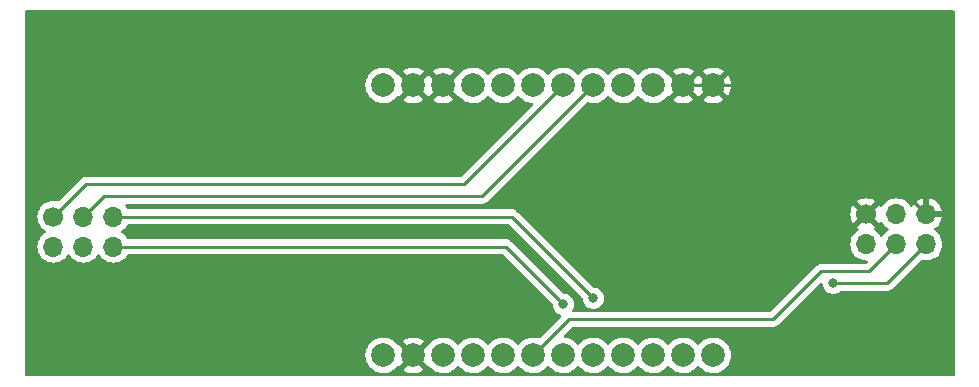
<source format=gbr>
%TF.GenerationSoftware,KiCad,Pcbnew,8.0.4*%
%TF.CreationDate,2024-09-09T14:33:04-07:00*%
%TF.ProjectId,Top_Board,546f705f-426f-4617-9264-2e6b69636164,0*%
%TF.SameCoordinates,Original*%
%TF.FileFunction,Copper,L1,Top*%
%TF.FilePolarity,Positive*%
%FSLAX46Y46*%
G04 Gerber Fmt 4.6, Leading zero omitted, Abs format (unit mm)*
G04 Created by KiCad (PCBNEW 8.0.4) date 2024-09-09 14:33:04*
%MOMM*%
%LPD*%
G01*
G04 APERTURE LIST*
%TA.AperFunction,ComponentPad*%
%ADD10C,2.000000*%
%TD*%
%TA.AperFunction,ComponentPad*%
%ADD11C,1.700000*%
%TD*%
%TA.AperFunction,ComponentPad*%
%ADD12O,1.700000X1.700000*%
%TD*%
%TA.AperFunction,ViaPad*%
%ADD13C,0.800000*%
%TD*%
%TA.AperFunction,Conductor*%
%ADD14C,0.250000*%
%TD*%
G04 APERTURE END LIST*
D10*
%TO.P,U1,1,3v*%
%TO.N,3V*%
X171450000Y-107950000D03*
%TO.P,U1,2,1*%
%TO.N,unconnected-(U1-1-Pad2)*%
X168910000Y-107950000D03*
%TO.P,U1,3,2*%
%TO.N,unconnected-(U1-2-Pad3)*%
X166370000Y-107950000D03*
%TO.P,U1,4,3*%
%TO.N,unconnected-(U1-3-Pad4)*%
X163830000Y-107950000D03*
%TO.P,U1,5,10*%
%TO.N,D10*%
X161290000Y-107950000D03*
%TO.P,U1,6,11*%
%TO.N,D11*%
X158750000Y-107950000D03*
%TO.P,U1,7,12*%
%TO.N,SDA*%
X156210000Y-107950000D03*
%TO.P,U1,8,13*%
%TO.N,SCL*%
X153670000Y-107950000D03*
%TO.P,U1,9,NC*%
%TO.N,unconnected-(U1-NC-Pad9)*%
X151130000Y-107950000D03*
%TO.P,U1,10,NC*%
%TO.N,unconnected-(U1-NC-Pad10)*%
X148590000Y-107950000D03*
%TO.P,U1,11,GND*%
%TO.N,GND*%
X146050000Y-107950000D03*
%TO.P,U1,12,5V*%
%TO.N,5V*%
X143510000Y-107950000D03*
%TO.P,U1,13,GND*%
%TO.N,GND*%
X171450000Y-85088136D03*
%TO.P,U1,14,GND*%
X168910000Y-85088136D03*
%TO.P,U1,15,43*%
%TO.N,D43*%
X166370000Y-85088136D03*
%TO.P,U1,16,44*%
%TO.N,D44*%
X163830000Y-85088136D03*
%TO.P,U1,17,18*%
%TO.N,D18*%
X161290000Y-85088136D03*
%TO.P,U1,18,17*%
%TO.N,D17*%
X158750000Y-85088136D03*
%TO.P,U1,19,21*%
%TO.N,unconnected-(U1-21-Pad19)*%
X156210000Y-85088136D03*
%TO.P,U1,20,16*%
%TO.N,unconnected-(U1-16-Pad20)*%
X153670000Y-85088136D03*
%TO.P,U1,21,NC*%
%TO.N,unconnected-(U1-NC-Pad21)*%
X151130000Y-85088136D03*
%TO.P,U1,22,GND*%
%TO.N,GND*%
X148590000Y-85088136D03*
%TO.P,U1,23,GND*%
X146050000Y-85088136D03*
%TO.P,U1,24,3v*%
%TO.N,unconnected-(U1-3v-Pad24)*%
X143510000Y-85088136D03*
%TD*%
D11*
%TO.P,J1,1,Pin_1*%
%TO.N,D17*%
X115585000Y-96204000D03*
D12*
%TO.P,J1,2,Pin_2*%
%TO.N,D44*%
X115585000Y-98744000D03*
%TO.P,J1,3,Pin_3*%
%TO.N,D18*%
X118125000Y-96204000D03*
%TO.P,J1,4,Pin_4*%
%TO.N,D43*%
X118125000Y-98744000D03*
%TO.P,J1,5,Pin_5*%
%TO.N,D10*%
X120665000Y-96204000D03*
%TO.P,J1,6,Pin_6*%
%TO.N,D11*%
X120665000Y-98744000D03*
%TD*%
D11*
%TO.P,J2,1,Pin_1*%
%TO.N,GND*%
X184404000Y-96012000D03*
D12*
%TO.P,J2,2,Pin_2*%
%TO.N,3V*%
X184404000Y-98552000D03*
%TO.P,J2,3,Pin_3*%
%TO.N,5V*%
X186944000Y-96012000D03*
%TO.P,J2,4,Pin_4*%
%TO.N,SDA*%
X186944000Y-98552000D03*
%TO.P,J2,5,Pin_5*%
%TO.N,GND*%
X189484000Y-96012000D03*
%TO.P,J2,6,Pin_6*%
%TO.N,SCL*%
X189484000Y-98552000D03*
%TD*%
D13*
%TO.N,SCL*%
X181610000Y-101854000D03*
%TO.N,D10*%
X161290000Y-103124000D03*
%TO.N,D11*%
X158750000Y-103632000D03*
%TD*%
D14*
%TO.N,GND*%
X173480136Y-85088136D02*
X171450000Y-85088136D01*
X178560136Y-85088136D02*
X171450000Y-85088136D01*
X189484000Y-96012000D02*
X178560136Y-85088136D01*
X168910000Y-85088136D02*
X171450000Y-85088136D01*
X184404000Y-96012000D02*
X173480136Y-85088136D01*
%TO.N,SDA*%
X184658000Y-100838000D02*
X180594000Y-100838000D01*
X180594000Y-100838000D02*
X176530000Y-104902000D01*
X186944000Y-98552000D02*
X184658000Y-100838000D01*
X159258000Y-104902000D02*
X156210000Y-107950000D01*
X176530000Y-104902000D02*
X159258000Y-104902000D01*
%TO.N,SCL*%
X181610000Y-101854000D02*
X186182000Y-101854000D01*
X186182000Y-101854000D02*
X189484000Y-98552000D01*
%TO.N,D10*%
X120665000Y-96204000D02*
X154370000Y-96204000D01*
X154370000Y-96204000D02*
X161290000Y-103124000D01*
%TO.N,D11*%
X153862000Y-98744000D02*
X120665000Y-98744000D01*
X158750000Y-103632000D02*
X153862000Y-98744000D01*
%TO.N,D17*%
X115585000Y-96204000D02*
X118317000Y-93472000D01*
X150366136Y-93472000D02*
X158750000Y-85088136D01*
X118317000Y-93472000D02*
X150366136Y-93472000D01*
%TO.N,D18*%
X119841000Y-94488000D02*
X151890136Y-94488000D01*
X118125000Y-96204000D02*
X119841000Y-94488000D01*
X151890136Y-94488000D02*
X161290000Y-85088136D01*
%TD*%
%TA.AperFunction,Conductor*%
%TO.N,GND*%
G36*
X185518925Y-96773373D02*
G01*
X185572119Y-96697405D01*
X185626696Y-96653781D01*
X185696195Y-96646588D01*
X185758549Y-96678110D01*
X185775269Y-96697405D01*
X185905505Y-96883401D01*
X185905506Y-96883402D01*
X186072597Y-97050493D01*
X186072603Y-97050498D01*
X186258158Y-97180425D01*
X186301783Y-97235002D01*
X186308977Y-97304500D01*
X186277454Y-97366855D01*
X186258158Y-97383575D01*
X186072597Y-97513505D01*
X185905505Y-97680597D01*
X185775575Y-97866158D01*
X185720998Y-97909783D01*
X185651500Y-97916977D01*
X185589145Y-97885454D01*
X185572425Y-97866158D01*
X185442494Y-97680597D01*
X185275402Y-97513506D01*
X185275401Y-97513505D01*
X185089405Y-97383269D01*
X185045781Y-97328692D01*
X185038588Y-97259193D01*
X185070110Y-97196839D01*
X185089405Y-97180119D01*
X185165373Y-97126925D01*
X184533409Y-96494962D01*
X184596993Y-96477925D01*
X184711007Y-96412099D01*
X184804099Y-96319007D01*
X184869925Y-96204993D01*
X184886962Y-96141410D01*
X185518925Y-96773373D01*
G37*
%TD.AperFunction*%
%TA.AperFunction,Conductor*%
G36*
X191842257Y-78759238D02*
G01*
X191888012Y-78812042D01*
X191899218Y-78863553D01*
X191899218Y-109604000D01*
X191879533Y-109671039D01*
X191826729Y-109716794D01*
X191775218Y-109728000D01*
X113283218Y-109728000D01*
X113216179Y-109708315D01*
X113170424Y-109655511D01*
X113159218Y-109604000D01*
X113159218Y-96203999D01*
X114229341Y-96203999D01*
X114229341Y-96204000D01*
X114249936Y-96439403D01*
X114249938Y-96439413D01*
X114311094Y-96667655D01*
X114311096Y-96667659D01*
X114311097Y-96667663D01*
X114360391Y-96773373D01*
X114410965Y-96881830D01*
X114410967Y-96881834D01*
X114519281Y-97036521D01*
X114546501Y-97075396D01*
X114546506Y-97075402D01*
X114713597Y-97242493D01*
X114713603Y-97242498D01*
X114899158Y-97372425D01*
X114942783Y-97427002D01*
X114949977Y-97496500D01*
X114918454Y-97558855D01*
X114899158Y-97575575D01*
X114713597Y-97705505D01*
X114546505Y-97872597D01*
X114410965Y-98066169D01*
X114410964Y-98066171D01*
X114311098Y-98280335D01*
X114311094Y-98280344D01*
X114249938Y-98508586D01*
X114249936Y-98508596D01*
X114229341Y-98743999D01*
X114229341Y-98744000D01*
X114249936Y-98979403D01*
X114249938Y-98979413D01*
X114311094Y-99207655D01*
X114311096Y-99207659D01*
X114311097Y-99207663D01*
X114315000Y-99216032D01*
X114410965Y-99421830D01*
X114410967Y-99421834D01*
X114519281Y-99576521D01*
X114546505Y-99615401D01*
X114713599Y-99782495D01*
X114775589Y-99825901D01*
X114907165Y-99918032D01*
X114907167Y-99918033D01*
X114907170Y-99918035D01*
X115121337Y-100017903D01*
X115349592Y-100079063D01*
X115537918Y-100095539D01*
X115584999Y-100099659D01*
X115585000Y-100099659D01*
X115585001Y-100099659D01*
X115624234Y-100096226D01*
X115820408Y-100079063D01*
X116048663Y-100017903D01*
X116262830Y-99918035D01*
X116456401Y-99782495D01*
X116623495Y-99615401D01*
X116753425Y-99429842D01*
X116808002Y-99386217D01*
X116877500Y-99379023D01*
X116939855Y-99410546D01*
X116956575Y-99429842D01*
X117086500Y-99615395D01*
X117086505Y-99615401D01*
X117253599Y-99782495D01*
X117315589Y-99825901D01*
X117447165Y-99918032D01*
X117447167Y-99918033D01*
X117447170Y-99918035D01*
X117661337Y-100017903D01*
X117889592Y-100079063D01*
X118077918Y-100095539D01*
X118124999Y-100099659D01*
X118125000Y-100099659D01*
X118125001Y-100099659D01*
X118164234Y-100096226D01*
X118360408Y-100079063D01*
X118588663Y-100017903D01*
X118802830Y-99918035D01*
X118996401Y-99782495D01*
X119163495Y-99615401D01*
X119293425Y-99429842D01*
X119348002Y-99386217D01*
X119417500Y-99379023D01*
X119479855Y-99410546D01*
X119496575Y-99429842D01*
X119626500Y-99615395D01*
X119626505Y-99615401D01*
X119793599Y-99782495D01*
X119855589Y-99825901D01*
X119987165Y-99918032D01*
X119987167Y-99918033D01*
X119987170Y-99918035D01*
X120201337Y-100017903D01*
X120429592Y-100079063D01*
X120617918Y-100095539D01*
X120664999Y-100099659D01*
X120665000Y-100099659D01*
X120665001Y-100099659D01*
X120704234Y-100096226D01*
X120900408Y-100079063D01*
X121128663Y-100017903D01*
X121342830Y-99918035D01*
X121536401Y-99782495D01*
X121703495Y-99615401D01*
X121838652Y-99422377D01*
X121893229Y-99378752D01*
X121940227Y-99369500D01*
X153551548Y-99369500D01*
X153618587Y-99389185D01*
X153639229Y-99405819D01*
X157811038Y-103577628D01*
X157844523Y-103638951D01*
X157846678Y-103652347D01*
X157847085Y-103656216D01*
X157864326Y-103820256D01*
X157864327Y-103820259D01*
X157922818Y-104000277D01*
X157922821Y-104000284D01*
X158017467Y-104164216D01*
X158100844Y-104256815D01*
X158144129Y-104304888D01*
X158297265Y-104416148D01*
X158297270Y-104416151D01*
X158470197Y-104493144D01*
X158504173Y-104500365D01*
X158565653Y-104533555D01*
X158599431Y-104594717D01*
X158594780Y-104664432D01*
X158566073Y-104709336D01*
X156787229Y-106488179D01*
X156725906Y-106521664D01*
X156659286Y-106517780D01*
X156579613Y-106490428D01*
X156334335Y-106449500D01*
X156085665Y-106449500D01*
X155840383Y-106490429D01*
X155605197Y-106571169D01*
X155605188Y-106571172D01*
X155386493Y-106689524D01*
X155190257Y-106842261D01*
X155031230Y-107015010D01*
X154971342Y-107051001D01*
X154901504Y-107048900D01*
X154848770Y-107015010D01*
X154809108Y-106971926D01*
X154689744Y-106842262D01*
X154493509Y-106689526D01*
X154493507Y-106689525D01*
X154493506Y-106689524D01*
X154274811Y-106571172D01*
X154274802Y-106571169D01*
X154039616Y-106490429D01*
X153794335Y-106449500D01*
X153545665Y-106449500D01*
X153300383Y-106490429D01*
X153065197Y-106571169D01*
X153065188Y-106571172D01*
X152846493Y-106689524D01*
X152650257Y-106842261D01*
X152491230Y-107015010D01*
X152431342Y-107051001D01*
X152361504Y-107048900D01*
X152308770Y-107015010D01*
X152269108Y-106971926D01*
X152149744Y-106842262D01*
X151953509Y-106689526D01*
X151953507Y-106689525D01*
X151953506Y-106689524D01*
X151734811Y-106571172D01*
X151734802Y-106571169D01*
X151499616Y-106490429D01*
X151254335Y-106449500D01*
X151005665Y-106449500D01*
X150760383Y-106490429D01*
X150525197Y-106571169D01*
X150525188Y-106571172D01*
X150306493Y-106689524D01*
X150110257Y-106842261D01*
X149951230Y-107015010D01*
X149891342Y-107051001D01*
X149821504Y-107048900D01*
X149768770Y-107015010D01*
X149729108Y-106971926D01*
X149609744Y-106842262D01*
X149413509Y-106689526D01*
X149413507Y-106689525D01*
X149413506Y-106689524D01*
X149194811Y-106571172D01*
X149194802Y-106571169D01*
X148959616Y-106490429D01*
X148714335Y-106449500D01*
X148465665Y-106449500D01*
X148220383Y-106490429D01*
X147985197Y-106571169D01*
X147985188Y-106571172D01*
X147766493Y-106689524D01*
X147570257Y-106842261D01*
X147401837Y-107025213D01*
X147401829Y-107025224D01*
X147401455Y-107025797D01*
X147401242Y-107025978D01*
X147398690Y-107029258D01*
X147398014Y-107028732D01*
X147348304Y-107071147D01*
X147284865Y-107081302D01*
X147273434Y-107080116D01*
X146532962Y-107820589D01*
X146515925Y-107757007D01*
X146450099Y-107642993D01*
X146357007Y-107549901D01*
X146242993Y-107484075D01*
X146179410Y-107467037D01*
X146920057Y-106726390D01*
X146920056Y-106726389D01*
X146873229Y-106689943D01*
X146654614Y-106571635D01*
X146654603Y-106571630D01*
X146419493Y-106490916D01*
X146174293Y-106450000D01*
X145925707Y-106450000D01*
X145680506Y-106490916D01*
X145445396Y-106571630D01*
X145445390Y-106571632D01*
X145226761Y-106689949D01*
X145179942Y-106726388D01*
X145179942Y-106726390D01*
X145920590Y-107467037D01*
X145857007Y-107484075D01*
X145742993Y-107549901D01*
X145649901Y-107642993D01*
X145584075Y-107757007D01*
X145567037Y-107820589D01*
X144826564Y-107080116D01*
X144815135Y-107081302D01*
X144746423Y-107068637D01*
X144701910Y-107028802D01*
X144701317Y-107029265D01*
X144698768Y-107025991D01*
X144698535Y-107025782D01*
X144698166Y-107025218D01*
X144698165Y-107025217D01*
X144698164Y-107025215D01*
X144529744Y-106842262D01*
X144333509Y-106689526D01*
X144333507Y-106689525D01*
X144333506Y-106689524D01*
X144114811Y-106571172D01*
X144114802Y-106571169D01*
X143879616Y-106490429D01*
X143634335Y-106449500D01*
X143385665Y-106449500D01*
X143140383Y-106490429D01*
X142905197Y-106571169D01*
X142905188Y-106571172D01*
X142686493Y-106689524D01*
X142490257Y-106842261D01*
X142321833Y-107025217D01*
X142185826Y-107233393D01*
X142085936Y-107461118D01*
X142024892Y-107702175D01*
X142024890Y-107702187D01*
X142004357Y-107949994D01*
X142004357Y-107950005D01*
X142024890Y-108197812D01*
X142024892Y-108197824D01*
X142085936Y-108438881D01*
X142185826Y-108666606D01*
X142321833Y-108874782D01*
X142321836Y-108874785D01*
X142490256Y-109057738D01*
X142686491Y-109210474D01*
X142686493Y-109210475D01*
X142904332Y-109328364D01*
X142905190Y-109328828D01*
X143124141Y-109403994D01*
X143138964Y-109409083D01*
X143140386Y-109409571D01*
X143385665Y-109450500D01*
X143634335Y-109450500D01*
X143879614Y-109409571D01*
X144114810Y-109328828D01*
X144333509Y-109210474D01*
X144529744Y-109057738D01*
X144698164Y-108874785D01*
X144698533Y-108874219D01*
X144698745Y-108874038D01*
X144701322Y-108870729D01*
X144702002Y-108871258D01*
X144751676Y-108828860D01*
X144815138Y-108818697D01*
X144826564Y-108819882D01*
X145567037Y-108079409D01*
X145584075Y-108142993D01*
X145649901Y-108257007D01*
X145742993Y-108350099D01*
X145857007Y-108415925D01*
X145920590Y-108432962D01*
X145179942Y-109173609D01*
X145226768Y-109210055D01*
X145226770Y-109210056D01*
X145445385Y-109328364D01*
X145445396Y-109328369D01*
X145680506Y-109409083D01*
X145925707Y-109450000D01*
X146174293Y-109450000D01*
X146419493Y-109409083D01*
X146654603Y-109328369D01*
X146654614Y-109328364D01*
X146873228Y-109210057D01*
X146873231Y-109210055D01*
X146920056Y-109173609D01*
X146179409Y-108432962D01*
X146242993Y-108415925D01*
X146357007Y-108350099D01*
X146450099Y-108257007D01*
X146515925Y-108142993D01*
X146532962Y-108079410D01*
X147273434Y-108819882D01*
X147284861Y-108818697D01*
X147353573Y-108831360D01*
X147398092Y-108871194D01*
X147398683Y-108870735D01*
X147401218Y-108873992D01*
X147401456Y-108874205D01*
X147401831Y-108874780D01*
X147401836Y-108874785D01*
X147570256Y-109057738D01*
X147766491Y-109210474D01*
X147766493Y-109210475D01*
X147984332Y-109328364D01*
X147985190Y-109328828D01*
X148204141Y-109403994D01*
X148218964Y-109409083D01*
X148220386Y-109409571D01*
X148465665Y-109450500D01*
X148714335Y-109450500D01*
X148959614Y-109409571D01*
X149194810Y-109328828D01*
X149413509Y-109210474D01*
X149609744Y-109057738D01*
X149768771Y-108884988D01*
X149828657Y-108848999D01*
X149898495Y-108851099D01*
X149951228Y-108884988D01*
X150110256Y-109057738D01*
X150306491Y-109210474D01*
X150306493Y-109210475D01*
X150524332Y-109328364D01*
X150525190Y-109328828D01*
X150744141Y-109403994D01*
X150758964Y-109409083D01*
X150760386Y-109409571D01*
X151005665Y-109450500D01*
X151254335Y-109450500D01*
X151499614Y-109409571D01*
X151734810Y-109328828D01*
X151953509Y-109210474D01*
X152149744Y-109057738D01*
X152308771Y-108884988D01*
X152368657Y-108848999D01*
X152438495Y-108851099D01*
X152491228Y-108884988D01*
X152650256Y-109057738D01*
X152846491Y-109210474D01*
X152846493Y-109210475D01*
X153064332Y-109328364D01*
X153065190Y-109328828D01*
X153284141Y-109403994D01*
X153298964Y-109409083D01*
X153300386Y-109409571D01*
X153545665Y-109450500D01*
X153794335Y-109450500D01*
X154039614Y-109409571D01*
X154274810Y-109328828D01*
X154493509Y-109210474D01*
X154689744Y-109057738D01*
X154848771Y-108884988D01*
X154908657Y-108848999D01*
X154978495Y-108851099D01*
X155031228Y-108884988D01*
X155190256Y-109057738D01*
X155386491Y-109210474D01*
X155386493Y-109210475D01*
X155604332Y-109328364D01*
X155605190Y-109328828D01*
X155824141Y-109403994D01*
X155838964Y-109409083D01*
X155840386Y-109409571D01*
X156085665Y-109450500D01*
X156334335Y-109450500D01*
X156579614Y-109409571D01*
X156814810Y-109328828D01*
X157033509Y-109210474D01*
X157229744Y-109057738D01*
X157388771Y-108884988D01*
X157448657Y-108848999D01*
X157518495Y-108851099D01*
X157571228Y-108884988D01*
X157730256Y-109057738D01*
X157926491Y-109210474D01*
X157926493Y-109210475D01*
X158144332Y-109328364D01*
X158145190Y-109328828D01*
X158364141Y-109403994D01*
X158378964Y-109409083D01*
X158380386Y-109409571D01*
X158625665Y-109450500D01*
X158874335Y-109450500D01*
X159119614Y-109409571D01*
X159354810Y-109328828D01*
X159573509Y-109210474D01*
X159769744Y-109057738D01*
X159928771Y-108884988D01*
X159988657Y-108848999D01*
X160058495Y-108851099D01*
X160111228Y-108884988D01*
X160270256Y-109057738D01*
X160466491Y-109210474D01*
X160466493Y-109210475D01*
X160684332Y-109328364D01*
X160685190Y-109328828D01*
X160904141Y-109403994D01*
X160918964Y-109409083D01*
X160920386Y-109409571D01*
X161165665Y-109450500D01*
X161414335Y-109450500D01*
X161659614Y-109409571D01*
X161894810Y-109328828D01*
X162113509Y-109210474D01*
X162309744Y-109057738D01*
X162468771Y-108884988D01*
X162528657Y-108848999D01*
X162598495Y-108851099D01*
X162651228Y-108884988D01*
X162810256Y-109057738D01*
X163006491Y-109210474D01*
X163006493Y-109210475D01*
X163224332Y-109328364D01*
X163225190Y-109328828D01*
X163444141Y-109403994D01*
X163458964Y-109409083D01*
X163460386Y-109409571D01*
X163705665Y-109450500D01*
X163954335Y-109450500D01*
X164199614Y-109409571D01*
X164434810Y-109328828D01*
X164653509Y-109210474D01*
X164849744Y-109057738D01*
X165008771Y-108884988D01*
X165068657Y-108848999D01*
X165138495Y-108851099D01*
X165191228Y-108884988D01*
X165350256Y-109057738D01*
X165546491Y-109210474D01*
X165546493Y-109210475D01*
X165764332Y-109328364D01*
X165765190Y-109328828D01*
X165984141Y-109403994D01*
X165998964Y-109409083D01*
X166000386Y-109409571D01*
X166245665Y-109450500D01*
X166494335Y-109450500D01*
X166739614Y-109409571D01*
X166974810Y-109328828D01*
X167193509Y-109210474D01*
X167389744Y-109057738D01*
X167548771Y-108884988D01*
X167608657Y-108848999D01*
X167678495Y-108851099D01*
X167731228Y-108884988D01*
X167890256Y-109057738D01*
X168086491Y-109210474D01*
X168086493Y-109210475D01*
X168304332Y-109328364D01*
X168305190Y-109328828D01*
X168524141Y-109403994D01*
X168538964Y-109409083D01*
X168540386Y-109409571D01*
X168785665Y-109450500D01*
X169034335Y-109450500D01*
X169279614Y-109409571D01*
X169514810Y-109328828D01*
X169733509Y-109210474D01*
X169929744Y-109057738D01*
X170088771Y-108884988D01*
X170148657Y-108848999D01*
X170218495Y-108851099D01*
X170271228Y-108884988D01*
X170430256Y-109057738D01*
X170626491Y-109210474D01*
X170626493Y-109210475D01*
X170844332Y-109328364D01*
X170845190Y-109328828D01*
X171064141Y-109403994D01*
X171078964Y-109409083D01*
X171080386Y-109409571D01*
X171325665Y-109450500D01*
X171574335Y-109450500D01*
X171819614Y-109409571D01*
X172054810Y-109328828D01*
X172273509Y-109210474D01*
X172469744Y-109057738D01*
X172638164Y-108874785D01*
X172774173Y-108666607D01*
X172874063Y-108438881D01*
X172935108Y-108197821D01*
X172955643Y-107950000D01*
X172939651Y-107757007D01*
X172935109Y-107702187D01*
X172935107Y-107702175D01*
X172874063Y-107461118D01*
X172774173Y-107233393D01*
X172638166Y-107025217D01*
X172616557Y-107001744D01*
X172469744Y-106842262D01*
X172273509Y-106689526D01*
X172273507Y-106689525D01*
X172273506Y-106689524D01*
X172054811Y-106571172D01*
X172054802Y-106571169D01*
X171819616Y-106490429D01*
X171574335Y-106449500D01*
X171325665Y-106449500D01*
X171080383Y-106490429D01*
X170845197Y-106571169D01*
X170845188Y-106571172D01*
X170626493Y-106689524D01*
X170430257Y-106842261D01*
X170271230Y-107015010D01*
X170211342Y-107051001D01*
X170141504Y-107048900D01*
X170088770Y-107015010D01*
X170049108Y-106971926D01*
X169929744Y-106842262D01*
X169733509Y-106689526D01*
X169733507Y-106689525D01*
X169733506Y-106689524D01*
X169514811Y-106571172D01*
X169514802Y-106571169D01*
X169279616Y-106490429D01*
X169034335Y-106449500D01*
X168785665Y-106449500D01*
X168540383Y-106490429D01*
X168305197Y-106571169D01*
X168305188Y-106571172D01*
X168086493Y-106689524D01*
X167890257Y-106842261D01*
X167731230Y-107015010D01*
X167671342Y-107051001D01*
X167601504Y-107048900D01*
X167548770Y-107015010D01*
X167509108Y-106971926D01*
X167389744Y-106842262D01*
X167193509Y-106689526D01*
X167193507Y-106689525D01*
X167193506Y-106689524D01*
X166974811Y-106571172D01*
X166974802Y-106571169D01*
X166739616Y-106490429D01*
X166494335Y-106449500D01*
X166245665Y-106449500D01*
X166000383Y-106490429D01*
X165765197Y-106571169D01*
X165765188Y-106571172D01*
X165546493Y-106689524D01*
X165350257Y-106842261D01*
X165191230Y-107015010D01*
X165131342Y-107051001D01*
X165061504Y-107048900D01*
X165008770Y-107015010D01*
X164969108Y-106971926D01*
X164849744Y-106842262D01*
X164653509Y-106689526D01*
X164653507Y-106689525D01*
X164653506Y-106689524D01*
X164434811Y-106571172D01*
X164434802Y-106571169D01*
X164199616Y-106490429D01*
X163954335Y-106449500D01*
X163705665Y-106449500D01*
X163460383Y-106490429D01*
X163225197Y-106571169D01*
X163225188Y-106571172D01*
X163006493Y-106689524D01*
X162810257Y-106842261D01*
X162651230Y-107015010D01*
X162591342Y-107051001D01*
X162521504Y-107048900D01*
X162468770Y-107015010D01*
X162429108Y-106971926D01*
X162309744Y-106842262D01*
X162113509Y-106689526D01*
X162113507Y-106689525D01*
X162113506Y-106689524D01*
X161894811Y-106571172D01*
X161894802Y-106571169D01*
X161659616Y-106490429D01*
X161414335Y-106449500D01*
X161165665Y-106449500D01*
X160920383Y-106490429D01*
X160685197Y-106571169D01*
X160685188Y-106571172D01*
X160466493Y-106689524D01*
X160270257Y-106842261D01*
X160111230Y-107015010D01*
X160051342Y-107051001D01*
X159981504Y-107048900D01*
X159928770Y-107015010D01*
X159889108Y-106971926D01*
X159769744Y-106842262D01*
X159573509Y-106689526D01*
X159573507Y-106689525D01*
X159573506Y-106689524D01*
X159354811Y-106571172D01*
X159354802Y-106571169D01*
X159119616Y-106490429D01*
X158872634Y-106449216D01*
X158809748Y-106418766D01*
X158773309Y-106359151D01*
X158774884Y-106289299D01*
X158805360Y-106239229D01*
X159480771Y-105563819D01*
X159542094Y-105530334D01*
X159568452Y-105527500D01*
X176591607Y-105527500D01*
X176652029Y-105515481D01*
X176712452Y-105503463D01*
X176712455Y-105503461D01*
X176712458Y-105503461D01*
X176745787Y-105489654D01*
X176745786Y-105489654D01*
X176745792Y-105489652D01*
X176826286Y-105456312D01*
X176877509Y-105422084D01*
X176928733Y-105387858D01*
X177015858Y-105300733D01*
X177015859Y-105300731D01*
X177022925Y-105293665D01*
X177022928Y-105293661D01*
X180497703Y-101818885D01*
X180559024Y-101785402D01*
X180628716Y-101790386D01*
X180684649Y-101832258D01*
X180708702Y-101893604D01*
X180724326Y-102042256D01*
X180724327Y-102042259D01*
X180782818Y-102222277D01*
X180782821Y-102222284D01*
X180877467Y-102386216D01*
X180998401Y-102520526D01*
X181004129Y-102526888D01*
X181157265Y-102638148D01*
X181157270Y-102638151D01*
X181330192Y-102715142D01*
X181330197Y-102715144D01*
X181515354Y-102754500D01*
X181515355Y-102754500D01*
X181704644Y-102754500D01*
X181704646Y-102754500D01*
X181889803Y-102715144D01*
X182062730Y-102638151D01*
X182215871Y-102526888D01*
X182218788Y-102523647D01*
X182221600Y-102520526D01*
X182281087Y-102483879D01*
X182313748Y-102479500D01*
X186243608Y-102479500D01*
X186243608Y-102479499D01*
X186320476Y-102464210D01*
X186320477Y-102464210D01*
X186342768Y-102459775D01*
X186364452Y-102455463D01*
X186414496Y-102434734D01*
X186478286Y-102408312D01*
X186529509Y-102374084D01*
X186580733Y-102339858D01*
X186667858Y-102252733D01*
X186667859Y-102252731D01*
X186674925Y-102245665D01*
X186674928Y-102245661D01*
X189028353Y-99892235D01*
X189089674Y-99858752D01*
X189148125Y-99860143D01*
X189182780Y-99869428D01*
X189248592Y-99887063D01*
X189436918Y-99903539D01*
X189483999Y-99907659D01*
X189484000Y-99907659D01*
X189484001Y-99907659D01*
X189523234Y-99904226D01*
X189719408Y-99887063D01*
X189947663Y-99825903D01*
X190161830Y-99726035D01*
X190355401Y-99590495D01*
X190522495Y-99423401D01*
X190658035Y-99229830D01*
X190757903Y-99015663D01*
X190819063Y-98787408D01*
X190839659Y-98552000D01*
X190819063Y-98316592D01*
X190772426Y-98142537D01*
X190757905Y-98088344D01*
X190757904Y-98088343D01*
X190757903Y-98088337D01*
X190658035Y-97874171D01*
X190656935Y-97872599D01*
X190522494Y-97680597D01*
X190355402Y-97513506D01*
X190355401Y-97513505D01*
X190169405Y-97383269D01*
X190125781Y-97328692D01*
X190118588Y-97259193D01*
X190150110Y-97196839D01*
X190169405Y-97180119D01*
X190355082Y-97050105D01*
X190522105Y-96883082D01*
X190657600Y-96689578D01*
X190757429Y-96475492D01*
X190757432Y-96475486D01*
X190814636Y-96262000D01*
X189917012Y-96262000D01*
X189949925Y-96204993D01*
X189984000Y-96077826D01*
X189984000Y-95946174D01*
X189949925Y-95819007D01*
X189917012Y-95762000D01*
X190814636Y-95762000D01*
X190814635Y-95761999D01*
X190757432Y-95548513D01*
X190757429Y-95548507D01*
X190657600Y-95334422D01*
X190657599Y-95334420D01*
X190522113Y-95140926D01*
X190522108Y-95140920D01*
X190355082Y-94973894D01*
X190161578Y-94838399D01*
X189947492Y-94738570D01*
X189947486Y-94738567D01*
X189734000Y-94681364D01*
X189734000Y-95578988D01*
X189676993Y-95546075D01*
X189549826Y-95512000D01*
X189418174Y-95512000D01*
X189291007Y-95546075D01*
X189234000Y-95578988D01*
X189234000Y-94681364D01*
X189233999Y-94681364D01*
X189020513Y-94738567D01*
X189020507Y-94738570D01*
X188806422Y-94838399D01*
X188806420Y-94838400D01*
X188612926Y-94973886D01*
X188612920Y-94973891D01*
X188445891Y-95140920D01*
X188445890Y-95140922D01*
X188315880Y-95326595D01*
X188261303Y-95370219D01*
X188191804Y-95377412D01*
X188129450Y-95345890D01*
X188112730Y-95326594D01*
X187982494Y-95140597D01*
X187815402Y-94973506D01*
X187815395Y-94973501D01*
X187621834Y-94837967D01*
X187621830Y-94837965D01*
X187601867Y-94828656D01*
X187407663Y-94738097D01*
X187407659Y-94738096D01*
X187407655Y-94738094D01*
X187179413Y-94676938D01*
X187179403Y-94676936D01*
X186944001Y-94656341D01*
X186943999Y-94656341D01*
X186708596Y-94676936D01*
X186708586Y-94676938D01*
X186480344Y-94738094D01*
X186480335Y-94738098D01*
X186266171Y-94837964D01*
X186266169Y-94837965D01*
X186072597Y-94973505D01*
X185905505Y-95140597D01*
X185775269Y-95326595D01*
X185720692Y-95370220D01*
X185651194Y-95377414D01*
X185588839Y-95345891D01*
X185572119Y-95326595D01*
X185518925Y-95250626D01*
X185518925Y-95250625D01*
X184886962Y-95882589D01*
X184869925Y-95819007D01*
X184804099Y-95704993D01*
X184711007Y-95611901D01*
X184596993Y-95546075D01*
X184533410Y-95529037D01*
X185165373Y-94897073D01*
X185165373Y-94897072D01*
X185081583Y-94838402D01*
X185081579Y-94838400D01*
X184867492Y-94738570D01*
X184867483Y-94738566D01*
X184639326Y-94677432D01*
X184639315Y-94677430D01*
X184404002Y-94656843D01*
X184403998Y-94656843D01*
X184168684Y-94677430D01*
X184168673Y-94677432D01*
X183940516Y-94738566D01*
X183940507Y-94738570D01*
X183726419Y-94838401D01*
X183642625Y-94897072D01*
X184274590Y-95529037D01*
X184211007Y-95546075D01*
X184096993Y-95611901D01*
X184003901Y-95704993D01*
X183938075Y-95819007D01*
X183921037Y-95882589D01*
X183289073Y-95250625D01*
X183289072Y-95250625D01*
X183230401Y-95334419D01*
X183130570Y-95548507D01*
X183130566Y-95548516D01*
X183069432Y-95776673D01*
X183069430Y-95776684D01*
X183048843Y-96011998D01*
X183048843Y-96012001D01*
X183069430Y-96247315D01*
X183069432Y-96247326D01*
X183130566Y-96475483D01*
X183130570Y-96475492D01*
X183230400Y-96689579D01*
X183230402Y-96689583D01*
X183289072Y-96773373D01*
X183289073Y-96773373D01*
X183921037Y-96141409D01*
X183938075Y-96204993D01*
X184003901Y-96319007D01*
X184096993Y-96412099D01*
X184211007Y-96477925D01*
X184274590Y-96494962D01*
X183642625Y-97126925D01*
X183718594Y-97180119D01*
X183762219Y-97234696D01*
X183769413Y-97304194D01*
X183737890Y-97366549D01*
X183718595Y-97383269D01*
X183532594Y-97513508D01*
X183365505Y-97680597D01*
X183229965Y-97874169D01*
X183229964Y-97874171D01*
X183130098Y-98088335D01*
X183130094Y-98088344D01*
X183068938Y-98316586D01*
X183068936Y-98316596D01*
X183048341Y-98551999D01*
X183048341Y-98552000D01*
X183068936Y-98787403D01*
X183068938Y-98787413D01*
X183130094Y-99015655D01*
X183130096Y-99015659D01*
X183130097Y-99015663D01*
X183219625Y-99207655D01*
X183229965Y-99229830D01*
X183229967Y-99229834D01*
X183327763Y-99369500D01*
X183365505Y-99423401D01*
X183532599Y-99590495D01*
X183568170Y-99615402D01*
X183726165Y-99726032D01*
X183726167Y-99726033D01*
X183726170Y-99726035D01*
X183940337Y-99825903D01*
X184168592Y-99887063D01*
X184356918Y-99903539D01*
X184403999Y-99907659D01*
X184404389Y-99907659D01*
X184404554Y-99907707D01*
X184409394Y-99908131D01*
X184409308Y-99909103D01*
X184471428Y-99927344D01*
X184517183Y-99980148D01*
X184527127Y-100049306D01*
X184498102Y-100112862D01*
X184492070Y-100119340D01*
X184435229Y-100176181D01*
X184373906Y-100209666D01*
X184347548Y-100212500D01*
X180532389Y-100212500D01*
X180471971Y-100224518D01*
X180411548Y-100236537D01*
X180411543Y-100236538D01*
X180377546Y-100250620D01*
X180364397Y-100256067D01*
X180342169Y-100265274D01*
X180297713Y-100283688D01*
X180287557Y-100290475D01*
X180287449Y-100290547D01*
X180195268Y-100352140D01*
X180151705Y-100395703D01*
X180108142Y-100439267D01*
X180108139Y-100439270D01*
X178207552Y-102339858D01*
X176307229Y-104240181D01*
X176245906Y-104273666D01*
X176219548Y-104276500D01*
X159632480Y-104276500D01*
X159565441Y-104256815D01*
X159519686Y-104204011D01*
X159509742Y-104134853D01*
X159525093Y-104090500D01*
X159531103Y-104080089D01*
X159577179Y-104000284D01*
X159635674Y-103820256D01*
X159655460Y-103632000D01*
X159635674Y-103443744D01*
X159577179Y-103263716D01*
X159482533Y-103099784D01*
X159355871Y-102959112D01*
X159323708Y-102935744D01*
X159202734Y-102847851D01*
X159202729Y-102847848D01*
X159029807Y-102770857D01*
X159029802Y-102770855D01*
X158884001Y-102739865D01*
X158844646Y-102731500D01*
X158844645Y-102731500D01*
X158785452Y-102731500D01*
X158718413Y-102711815D01*
X158697771Y-102695181D01*
X154352198Y-98349608D01*
X154352178Y-98349586D01*
X154260733Y-98258141D01*
X154209509Y-98223915D01*
X154158287Y-98189689D01*
X154158286Y-98189688D01*
X154158283Y-98189686D01*
X154158280Y-98189685D01*
X154070358Y-98153267D01*
X154070358Y-98153268D01*
X154070356Y-98153267D01*
X154044452Y-98142537D01*
X153984029Y-98130518D01*
X153923610Y-98118500D01*
X153923607Y-98118500D01*
X153923606Y-98118500D01*
X121940227Y-98118500D01*
X121873188Y-98098815D01*
X121838652Y-98065623D01*
X121703494Y-97872597D01*
X121536402Y-97705506D01*
X121536396Y-97705501D01*
X121350842Y-97575575D01*
X121307217Y-97520998D01*
X121300023Y-97451500D01*
X121331546Y-97389145D01*
X121350842Y-97372425D01*
X121413299Y-97328692D01*
X121536401Y-97242495D01*
X121703495Y-97075401D01*
X121838652Y-96882377D01*
X121893229Y-96838752D01*
X121940227Y-96829500D01*
X154059548Y-96829500D01*
X154126587Y-96849185D01*
X154147229Y-96865819D01*
X160351038Y-103069628D01*
X160384523Y-103130951D01*
X160386678Y-103144347D01*
X160394139Y-103215338D01*
X160404326Y-103312256D01*
X160404327Y-103312259D01*
X160462818Y-103492277D01*
X160462821Y-103492284D01*
X160557467Y-103656216D01*
X160684129Y-103796888D01*
X160837265Y-103908148D01*
X160837270Y-103908151D01*
X161010192Y-103985142D01*
X161010197Y-103985144D01*
X161195354Y-104024500D01*
X161195355Y-104024500D01*
X161384644Y-104024500D01*
X161384646Y-104024500D01*
X161569803Y-103985144D01*
X161742730Y-103908151D01*
X161895871Y-103796888D01*
X162022533Y-103656216D01*
X162117179Y-103492284D01*
X162175674Y-103312256D01*
X162195460Y-103124000D01*
X162175674Y-102935744D01*
X162117179Y-102755716D01*
X162022533Y-102591784D01*
X161895871Y-102451112D01*
X161895870Y-102451111D01*
X161742734Y-102339851D01*
X161742729Y-102339848D01*
X161569807Y-102262857D01*
X161569802Y-102262855D01*
X161424001Y-102231865D01*
X161384646Y-102223500D01*
X161384645Y-102223500D01*
X161325452Y-102223500D01*
X161258413Y-102203815D01*
X161237771Y-102187181D01*
X154860198Y-95809608D01*
X154860178Y-95809586D01*
X154768733Y-95718141D01*
X154717509Y-95683915D01*
X154666287Y-95649689D01*
X154666286Y-95649688D01*
X154666283Y-95649686D01*
X154666280Y-95649685D01*
X154585792Y-95616347D01*
X154552453Y-95602537D01*
X154542427Y-95600543D01*
X154492029Y-95590518D01*
X154431610Y-95578500D01*
X154431607Y-95578500D01*
X154431606Y-95578500D01*
X121940227Y-95578500D01*
X121873188Y-95558815D01*
X121838652Y-95525623D01*
X121703494Y-95332597D01*
X121696078Y-95325181D01*
X121662593Y-95263858D01*
X121667577Y-95194166D01*
X121709449Y-95138233D01*
X121774913Y-95113816D01*
X121783759Y-95113500D01*
X151951743Y-95113500D01*
X152012165Y-95101481D01*
X152072588Y-95089463D01*
X152072591Y-95089461D01*
X152072594Y-95089461D01*
X152105923Y-95075654D01*
X152105922Y-95075654D01*
X152105928Y-95075652D01*
X152186422Y-95042312D01*
X152237645Y-95008084D01*
X152288869Y-94973858D01*
X152375994Y-94886733D01*
X152375995Y-94886731D01*
X152383061Y-94879665D01*
X152383064Y-94879661D01*
X160712771Y-86549953D01*
X160774092Y-86516470D01*
X160840712Y-86520354D01*
X160886493Y-86536071D01*
X160920385Y-86547707D01*
X161165665Y-86588636D01*
X161414335Y-86588636D01*
X161659614Y-86547707D01*
X161894810Y-86466964D01*
X162113509Y-86348610D01*
X162309744Y-86195874D01*
X162468771Y-86023124D01*
X162528657Y-85987135D01*
X162598495Y-85989235D01*
X162651228Y-86023124D01*
X162810256Y-86195874D01*
X163006491Y-86348610D01*
X163006493Y-86348611D01*
X163224332Y-86466500D01*
X163225190Y-86466964D01*
X163444141Y-86542130D01*
X163458964Y-86547219D01*
X163460386Y-86547707D01*
X163705665Y-86588636D01*
X163954335Y-86588636D01*
X164199614Y-86547707D01*
X164434810Y-86466964D01*
X164653509Y-86348610D01*
X164849744Y-86195874D01*
X165008771Y-86023124D01*
X165068657Y-85987135D01*
X165138495Y-85989235D01*
X165191228Y-86023124D01*
X165350256Y-86195874D01*
X165546491Y-86348610D01*
X165546493Y-86348611D01*
X165764332Y-86466500D01*
X165765190Y-86466964D01*
X165984141Y-86542130D01*
X165998964Y-86547219D01*
X166000386Y-86547707D01*
X166245665Y-86588636D01*
X166494335Y-86588636D01*
X166739614Y-86547707D01*
X166974810Y-86466964D01*
X167193509Y-86348610D01*
X167389744Y-86195874D01*
X167558164Y-86012921D01*
X167558533Y-86012355D01*
X167558745Y-86012174D01*
X167561322Y-86008865D01*
X167562002Y-86009394D01*
X167611676Y-85966996D01*
X167675138Y-85956833D01*
X167686564Y-85958018D01*
X168427037Y-85217545D01*
X168444075Y-85281129D01*
X168509901Y-85395143D01*
X168602993Y-85488235D01*
X168717007Y-85554061D01*
X168780590Y-85571098D01*
X168039942Y-86311745D01*
X168086768Y-86348191D01*
X168086770Y-86348192D01*
X168305385Y-86466500D01*
X168305396Y-86466505D01*
X168540506Y-86547219D01*
X168785707Y-86588136D01*
X169034293Y-86588136D01*
X169279493Y-86547219D01*
X169514603Y-86466505D01*
X169514614Y-86466500D01*
X169733228Y-86348193D01*
X169733231Y-86348191D01*
X169780056Y-86311745D01*
X169039409Y-85571098D01*
X169102993Y-85554061D01*
X169217007Y-85488235D01*
X169310099Y-85395143D01*
X169375925Y-85281129D01*
X169392962Y-85217546D01*
X170133433Y-85958017D01*
X170167211Y-85954515D01*
X170192794Y-85954516D01*
X170226564Y-85958018D01*
X170967037Y-85217545D01*
X170984075Y-85281129D01*
X171049901Y-85395143D01*
X171142993Y-85488235D01*
X171257007Y-85554061D01*
X171320590Y-85571098D01*
X170579942Y-86311745D01*
X170626768Y-86348191D01*
X170626770Y-86348192D01*
X170845385Y-86466500D01*
X170845396Y-86466505D01*
X171080506Y-86547219D01*
X171325707Y-86588136D01*
X171574293Y-86588136D01*
X171819493Y-86547219D01*
X172054603Y-86466505D01*
X172054614Y-86466500D01*
X172273228Y-86348193D01*
X172273231Y-86348191D01*
X172320056Y-86311745D01*
X171579409Y-85571098D01*
X171642993Y-85554061D01*
X171757007Y-85488235D01*
X171850099Y-85395143D01*
X171915925Y-85281129D01*
X171932962Y-85217546D01*
X172673434Y-85958018D01*
X172773731Y-85804505D01*
X172873587Y-85576853D01*
X172934612Y-85335874D01*
X172934614Y-85335865D01*
X172955141Y-85088141D01*
X172955141Y-85088130D01*
X172934614Y-84840406D01*
X172934612Y-84840397D01*
X172873587Y-84599418D01*
X172773731Y-84371766D01*
X172673434Y-84218252D01*
X171932962Y-84958725D01*
X171915925Y-84895143D01*
X171850099Y-84781129D01*
X171757007Y-84688037D01*
X171642993Y-84622211D01*
X171579410Y-84605173D01*
X172320057Y-83864526D01*
X172320056Y-83864525D01*
X172273229Y-83828079D01*
X172054614Y-83709771D01*
X172054603Y-83709766D01*
X171819493Y-83629052D01*
X171574293Y-83588136D01*
X171325707Y-83588136D01*
X171080506Y-83629052D01*
X170845396Y-83709766D01*
X170845390Y-83709768D01*
X170626761Y-83828085D01*
X170579942Y-83864524D01*
X170579942Y-83864526D01*
X171320590Y-84605173D01*
X171257007Y-84622211D01*
X171142993Y-84688037D01*
X171049901Y-84781129D01*
X170984075Y-84895143D01*
X170967037Y-84958725D01*
X170226562Y-84218251D01*
X170192794Y-84221754D01*
X170167211Y-84221754D01*
X170133435Y-84218251D01*
X169392962Y-84958725D01*
X169375925Y-84895143D01*
X169310099Y-84781129D01*
X169217007Y-84688037D01*
X169102993Y-84622211D01*
X169039410Y-84605173D01*
X169780057Y-83864526D01*
X169780056Y-83864525D01*
X169733229Y-83828079D01*
X169514614Y-83709771D01*
X169514603Y-83709766D01*
X169279493Y-83629052D01*
X169034293Y-83588136D01*
X168785707Y-83588136D01*
X168540506Y-83629052D01*
X168305396Y-83709766D01*
X168305390Y-83709768D01*
X168086761Y-83828085D01*
X168039942Y-83864524D01*
X168039942Y-83864526D01*
X168780590Y-84605173D01*
X168717007Y-84622211D01*
X168602993Y-84688037D01*
X168509901Y-84781129D01*
X168444075Y-84895143D01*
X168427037Y-84958725D01*
X167686564Y-84218252D01*
X167675135Y-84219438D01*
X167606423Y-84206773D01*
X167561910Y-84166938D01*
X167561317Y-84167401D01*
X167558768Y-84164127D01*
X167558535Y-84163918D01*
X167558166Y-84163354D01*
X167558165Y-84163353D01*
X167558164Y-84163351D01*
X167389744Y-83980398D01*
X167193509Y-83827662D01*
X167193507Y-83827661D01*
X167193506Y-83827660D01*
X166974811Y-83709308D01*
X166974802Y-83709305D01*
X166739616Y-83628565D01*
X166494335Y-83587636D01*
X166245665Y-83587636D01*
X166000383Y-83628565D01*
X165765197Y-83709305D01*
X165765188Y-83709308D01*
X165546493Y-83827660D01*
X165350257Y-83980397D01*
X165191230Y-84153146D01*
X165131342Y-84189137D01*
X165061504Y-84187036D01*
X165008770Y-84153146D01*
X164969108Y-84110062D01*
X164849744Y-83980398D01*
X164653509Y-83827662D01*
X164653507Y-83827661D01*
X164653506Y-83827660D01*
X164434811Y-83709308D01*
X164434802Y-83709305D01*
X164199616Y-83628565D01*
X163954335Y-83587636D01*
X163705665Y-83587636D01*
X163460383Y-83628565D01*
X163225197Y-83709305D01*
X163225188Y-83709308D01*
X163006493Y-83827660D01*
X162810257Y-83980397D01*
X162651230Y-84153146D01*
X162591342Y-84189137D01*
X162521504Y-84187036D01*
X162468770Y-84153146D01*
X162429108Y-84110062D01*
X162309744Y-83980398D01*
X162113509Y-83827662D01*
X162113507Y-83827661D01*
X162113506Y-83827660D01*
X161894811Y-83709308D01*
X161894802Y-83709305D01*
X161659616Y-83628565D01*
X161414335Y-83587636D01*
X161165665Y-83587636D01*
X160920383Y-83628565D01*
X160685197Y-83709305D01*
X160685188Y-83709308D01*
X160466493Y-83827660D01*
X160270257Y-83980397D01*
X160111230Y-84153146D01*
X160051342Y-84189137D01*
X159981504Y-84187036D01*
X159928770Y-84153146D01*
X159889108Y-84110062D01*
X159769744Y-83980398D01*
X159573509Y-83827662D01*
X159573507Y-83827661D01*
X159573506Y-83827660D01*
X159354811Y-83709308D01*
X159354802Y-83709305D01*
X159119616Y-83628565D01*
X158874335Y-83587636D01*
X158625665Y-83587636D01*
X158380383Y-83628565D01*
X158145197Y-83709305D01*
X158145188Y-83709308D01*
X157926493Y-83827660D01*
X157730257Y-83980397D01*
X157571230Y-84153146D01*
X157511342Y-84189137D01*
X157441504Y-84187036D01*
X157388770Y-84153146D01*
X157349108Y-84110062D01*
X157229744Y-83980398D01*
X157033509Y-83827662D01*
X157033507Y-83827661D01*
X157033506Y-83827660D01*
X156814811Y-83709308D01*
X156814802Y-83709305D01*
X156579616Y-83628565D01*
X156334335Y-83587636D01*
X156085665Y-83587636D01*
X155840383Y-83628565D01*
X155605197Y-83709305D01*
X155605188Y-83709308D01*
X155386493Y-83827660D01*
X155190257Y-83980397D01*
X155031230Y-84153146D01*
X154971342Y-84189137D01*
X154901504Y-84187036D01*
X154848770Y-84153146D01*
X154809108Y-84110062D01*
X154689744Y-83980398D01*
X154493509Y-83827662D01*
X154493507Y-83827661D01*
X154493506Y-83827660D01*
X154274811Y-83709308D01*
X154274802Y-83709305D01*
X154039616Y-83628565D01*
X153794335Y-83587636D01*
X153545665Y-83587636D01*
X153300383Y-83628565D01*
X153065197Y-83709305D01*
X153065188Y-83709308D01*
X152846493Y-83827660D01*
X152650257Y-83980397D01*
X152491230Y-84153146D01*
X152431342Y-84189137D01*
X152361504Y-84187036D01*
X152308770Y-84153146D01*
X152269108Y-84110062D01*
X152149744Y-83980398D01*
X151953509Y-83827662D01*
X151953507Y-83827661D01*
X151953506Y-83827660D01*
X151734811Y-83709308D01*
X151734802Y-83709305D01*
X151499616Y-83628565D01*
X151254335Y-83587636D01*
X151005665Y-83587636D01*
X150760383Y-83628565D01*
X150525197Y-83709305D01*
X150525188Y-83709308D01*
X150306493Y-83827660D01*
X150110257Y-83980397D01*
X149941837Y-84163349D01*
X149941829Y-84163360D01*
X149941455Y-84163933D01*
X149941242Y-84164114D01*
X149938690Y-84167394D01*
X149938014Y-84166868D01*
X149888304Y-84209283D01*
X149824865Y-84219438D01*
X149813434Y-84218252D01*
X149072962Y-84958725D01*
X149055925Y-84895143D01*
X148990099Y-84781129D01*
X148897007Y-84688037D01*
X148782993Y-84622211D01*
X148719410Y-84605173D01*
X149460057Y-83864526D01*
X149460056Y-83864525D01*
X149413229Y-83828079D01*
X149194614Y-83709771D01*
X149194603Y-83709766D01*
X148959493Y-83629052D01*
X148714293Y-83588136D01*
X148465707Y-83588136D01*
X148220506Y-83629052D01*
X147985396Y-83709766D01*
X147985390Y-83709768D01*
X147766761Y-83828085D01*
X147719942Y-83864524D01*
X147719942Y-83864526D01*
X148460590Y-84605173D01*
X148397007Y-84622211D01*
X148282993Y-84688037D01*
X148189901Y-84781129D01*
X148124075Y-84895143D01*
X148107037Y-84958726D01*
X147366562Y-84218251D01*
X147332794Y-84221754D01*
X147307211Y-84221754D01*
X147273435Y-84218251D01*
X146532962Y-84958725D01*
X146515925Y-84895143D01*
X146450099Y-84781129D01*
X146357007Y-84688037D01*
X146242993Y-84622211D01*
X146179410Y-84605173D01*
X146920057Y-83864526D01*
X146920056Y-83864525D01*
X146873229Y-83828079D01*
X146654614Y-83709771D01*
X146654603Y-83709766D01*
X146419493Y-83629052D01*
X146174293Y-83588136D01*
X145925707Y-83588136D01*
X145680506Y-83629052D01*
X145445396Y-83709766D01*
X145445390Y-83709768D01*
X145226761Y-83828085D01*
X145179942Y-83864524D01*
X145179942Y-83864526D01*
X145920590Y-84605173D01*
X145857007Y-84622211D01*
X145742993Y-84688037D01*
X145649901Y-84781129D01*
X145584075Y-84895143D01*
X145567037Y-84958725D01*
X144826564Y-84218252D01*
X144815135Y-84219438D01*
X144746423Y-84206773D01*
X144701910Y-84166938D01*
X144701317Y-84167401D01*
X144698768Y-84164127D01*
X144698535Y-84163918D01*
X144698166Y-84163354D01*
X144698165Y-84163353D01*
X144698164Y-84163351D01*
X144529744Y-83980398D01*
X144333509Y-83827662D01*
X144333507Y-83827661D01*
X144333506Y-83827660D01*
X144114811Y-83709308D01*
X144114802Y-83709305D01*
X143879616Y-83628565D01*
X143634335Y-83587636D01*
X143385665Y-83587636D01*
X143140383Y-83628565D01*
X142905197Y-83709305D01*
X142905188Y-83709308D01*
X142686493Y-83827660D01*
X142490257Y-83980397D01*
X142321833Y-84163353D01*
X142185826Y-84371529D01*
X142085936Y-84599254D01*
X142024892Y-84840311D01*
X142024890Y-84840323D01*
X142004357Y-85088130D01*
X142004357Y-85088141D01*
X142024890Y-85335948D01*
X142024892Y-85335960D01*
X142085936Y-85577017D01*
X142185826Y-85804742D01*
X142321833Y-86012918D01*
X142321836Y-86012921D01*
X142490256Y-86195874D01*
X142686491Y-86348610D01*
X142686493Y-86348611D01*
X142904332Y-86466500D01*
X142905190Y-86466964D01*
X143124141Y-86542130D01*
X143138964Y-86547219D01*
X143140386Y-86547707D01*
X143385665Y-86588636D01*
X143634335Y-86588636D01*
X143879614Y-86547707D01*
X144114810Y-86466964D01*
X144333509Y-86348610D01*
X144529744Y-86195874D01*
X144698164Y-86012921D01*
X144698533Y-86012355D01*
X144698745Y-86012174D01*
X144701322Y-86008865D01*
X144702002Y-86009394D01*
X144751676Y-85966996D01*
X144815138Y-85956833D01*
X144826564Y-85958018D01*
X145567037Y-85217545D01*
X145584075Y-85281129D01*
X145649901Y-85395143D01*
X145742993Y-85488235D01*
X145857007Y-85554061D01*
X145920590Y-85571098D01*
X145179942Y-86311745D01*
X145226768Y-86348191D01*
X145226770Y-86348192D01*
X145445385Y-86466500D01*
X145445396Y-86466505D01*
X145680506Y-86547219D01*
X145925707Y-86588136D01*
X146174293Y-86588136D01*
X146419493Y-86547219D01*
X146654603Y-86466505D01*
X146654614Y-86466500D01*
X146873228Y-86348193D01*
X146873231Y-86348191D01*
X146920056Y-86311745D01*
X146179409Y-85571098D01*
X146242993Y-85554061D01*
X146357007Y-85488235D01*
X146450099Y-85395143D01*
X146515925Y-85281129D01*
X146532962Y-85217546D01*
X147273433Y-85958017D01*
X147307211Y-85954515D01*
X147332794Y-85954516D01*
X147366564Y-85958018D01*
X148107037Y-85217545D01*
X148124075Y-85281129D01*
X148189901Y-85395143D01*
X148282993Y-85488235D01*
X148397007Y-85554061D01*
X148460590Y-85571098D01*
X147719942Y-86311745D01*
X147766768Y-86348191D01*
X147766770Y-86348192D01*
X147985385Y-86466500D01*
X147985396Y-86466505D01*
X148220506Y-86547219D01*
X148465707Y-86588136D01*
X148714293Y-86588136D01*
X148959493Y-86547219D01*
X149194603Y-86466505D01*
X149194614Y-86466500D01*
X149413228Y-86348193D01*
X149413231Y-86348191D01*
X149460056Y-86311745D01*
X148719409Y-85571098D01*
X148782993Y-85554061D01*
X148897007Y-85488235D01*
X148990099Y-85395143D01*
X149055925Y-85281129D01*
X149072962Y-85217546D01*
X149813434Y-85958018D01*
X149824861Y-85956833D01*
X149893573Y-85969496D01*
X149938092Y-86009330D01*
X149938683Y-86008871D01*
X149941218Y-86012128D01*
X149941456Y-86012341D01*
X149941831Y-86012916D01*
X149941836Y-86012921D01*
X150110256Y-86195874D01*
X150306491Y-86348610D01*
X150306493Y-86348611D01*
X150524332Y-86466500D01*
X150525190Y-86466964D01*
X150744141Y-86542130D01*
X150758964Y-86547219D01*
X150760386Y-86547707D01*
X151005665Y-86588636D01*
X151254335Y-86588636D01*
X151499614Y-86547707D01*
X151734810Y-86466964D01*
X151953509Y-86348610D01*
X152149744Y-86195874D01*
X152308771Y-86023124D01*
X152368657Y-85987135D01*
X152438495Y-85989235D01*
X152491228Y-86023124D01*
X152650256Y-86195874D01*
X152846491Y-86348610D01*
X152846493Y-86348611D01*
X153064332Y-86466500D01*
X153065190Y-86466964D01*
X153284141Y-86542130D01*
X153298964Y-86547219D01*
X153300386Y-86547707D01*
X153545665Y-86588636D01*
X153794335Y-86588636D01*
X154039614Y-86547707D01*
X154274810Y-86466964D01*
X154493509Y-86348610D01*
X154689744Y-86195874D01*
X154848771Y-86023124D01*
X154908657Y-85987135D01*
X154978495Y-85989235D01*
X155031228Y-86023124D01*
X155190256Y-86195874D01*
X155386491Y-86348610D01*
X155386493Y-86348611D01*
X155604332Y-86466500D01*
X155605190Y-86466964D01*
X155824141Y-86542130D01*
X155838964Y-86547219D01*
X155840386Y-86547707D01*
X156085665Y-86588636D01*
X156085667Y-86588636D01*
X156087363Y-86588919D01*
X156150248Y-86619369D01*
X156186688Y-86678984D01*
X156185113Y-86748836D01*
X156154635Y-86798909D01*
X150143365Y-92810181D01*
X150082042Y-92843666D01*
X150055684Y-92846500D01*
X118255388Y-92846500D01*
X118134555Y-92870535D01*
X118134547Y-92870537D01*
X118020716Y-92917687D01*
X117918265Y-92986142D01*
X117918262Y-92986145D01*
X116040646Y-94863762D01*
X115979323Y-94897247D01*
X115920872Y-94895856D01*
X115820413Y-94868938D01*
X115820403Y-94868936D01*
X115585001Y-94848341D01*
X115584999Y-94848341D01*
X115349596Y-94868936D01*
X115349586Y-94868938D01*
X115121344Y-94930094D01*
X115121335Y-94930098D01*
X114907171Y-95029964D01*
X114907169Y-95029965D01*
X114713597Y-95165505D01*
X114546505Y-95332597D01*
X114410965Y-95526169D01*
X114410964Y-95526171D01*
X114311098Y-95740335D01*
X114311094Y-95740344D01*
X114249938Y-95968586D01*
X114249936Y-95968596D01*
X114229341Y-96203999D01*
X113159218Y-96203999D01*
X113159218Y-78863553D01*
X113178903Y-78796514D01*
X113231707Y-78750759D01*
X113283218Y-78739553D01*
X191775218Y-78739553D01*
X191842257Y-78759238D01*
G37*
%TD.AperFunction*%
%TD*%
M02*

</source>
